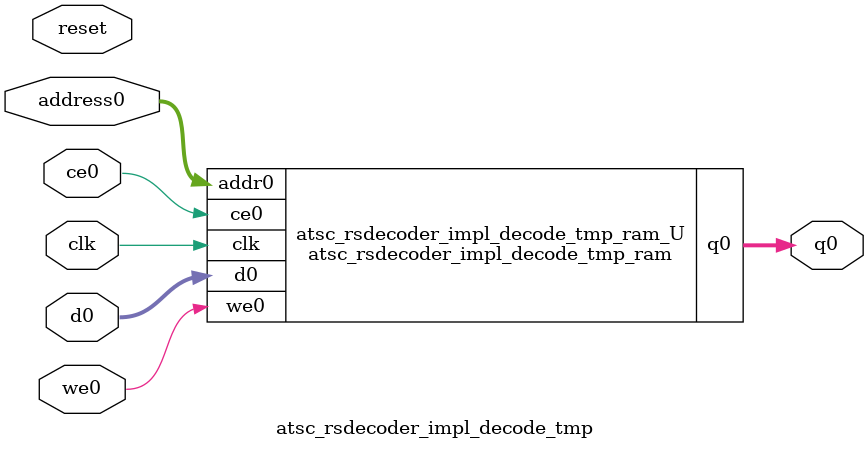
<source format=v>

`timescale 1 ns / 1 ps
module atsc_rsdecoder_impl_decode_tmp_ram (addr0, ce0, d0, we0, q0,  clk);

parameter DWIDTH = 8;
parameter AWIDTH = 8;
parameter MEM_SIZE = 255;

input[AWIDTH-1:0] addr0;
input ce0;
input[DWIDTH-1:0] d0;
input we0;
output reg[DWIDTH-1:0] q0;
input clk;

(* ram_style = "block" *)reg [DWIDTH-1:0] ram[MEM_SIZE-1:0];




always @(posedge clk)  
begin 
    if (ce0) 
    begin
        if (we0) 
        begin 
            ram[addr0] <= d0; 
            q0 <= d0;
        end 
        else 
            q0 <= ram[addr0];
    end
end


endmodule


`timescale 1 ns / 1 ps
module atsc_rsdecoder_impl_decode_tmp(
    reset,
    clk,
    address0,
    ce0,
    we0,
    d0,
    q0);

parameter DataWidth = 32'd8;
parameter AddressRange = 32'd255;
parameter AddressWidth = 32'd8;
input reset;
input clk;
input[AddressWidth - 1:0] address0;
input ce0;
input we0;
input[DataWidth - 1:0] d0;
output[DataWidth - 1:0] q0;



atsc_rsdecoder_impl_decode_tmp_ram atsc_rsdecoder_impl_decode_tmp_ram_U(
    .clk( clk ),
    .addr0( address0 ),
    .ce0( ce0 ),
    .d0( d0 ),
    .we0( we0 ),
    .q0( q0 ));

endmodule


</source>
